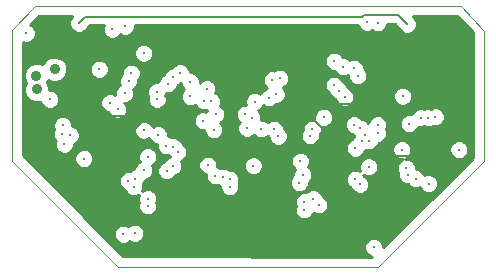
<source format=gbr>
G04 (created by PCBNEW-RS274X (2012-apr-16-27)-stable) date Thu 13 Mar 2014 04:59:36 PM EDT*
G01*
G70*
G90*
%MOIN*%
G04 Gerber Fmt 3.4, Leading zero omitted, Abs format*
%FSLAX34Y34*%
G04 APERTURE LIST*
%ADD10C,0.006000*%
%ADD11C,0.000400*%
%ADD12C,0.002000*%
%ADD13C,0.035000*%
%ADD14C,0.013000*%
%ADD15C,0.008000*%
%ADD16C,0.007000*%
%ADD17C,0.010000*%
G04 APERTURE END LIST*
G54D10*
G54D11*
X27953Y-19596D02*
X27953Y-23917D01*
X27165Y-18770D02*
X27953Y-19596D01*
X16890Y-18770D02*
X27165Y-18770D01*
X12205Y-19557D02*
X12205Y-23917D01*
X12992Y-18770D02*
X12205Y-19557D01*
X16890Y-18770D02*
X12992Y-18770D01*
X15748Y-27461D02*
X12205Y-23917D01*
X24409Y-27461D02*
X27953Y-23917D01*
X24016Y-27461D02*
X24409Y-27461D01*
X15748Y-27461D02*
X24016Y-27461D01*
G54D12*
X15748Y-27461D02*
X24016Y-27461D01*
G54D13*
X13022Y-21073D03*
X13031Y-21535D03*
X13632Y-20866D03*
G54D14*
X14439Y-19331D03*
X25384Y-19360D03*
X24405Y-19307D03*
X12687Y-19665D03*
X16260Y-24783D03*
X17815Y-20984D03*
X17579Y-21122D03*
X16319Y-24508D03*
X18701Y-21516D03*
X17087Y-23051D03*
X18602Y-21909D03*
X17736Y-23622D03*
X18996Y-22362D03*
X18986Y-24419D03*
X19980Y-22362D03*
X19469Y-24774D03*
X20197Y-22480D03*
X20945Y-22854D03*
X22146Y-23081D03*
X20295Y-21939D03*
X21788Y-24643D03*
X21132Y-21171D03*
X23809Y-24705D03*
X23868Y-23268D03*
X23612Y-20827D03*
X24114Y-23248D03*
X22953Y-20591D03*
X24400Y-22717D03*
X25827Y-22480D03*
X25394Y-24390D03*
X25669Y-24518D03*
X26319Y-22451D03*
X23120Y-21585D03*
X21949Y-25285D03*
X22254Y-25177D03*
X23612Y-22707D03*
X15728Y-22205D03*
X16732Y-25413D03*
X15965Y-21663D03*
X16732Y-25177D03*
X17559Y-24094D03*
X17047Y-21870D03*
X21949Y-25551D03*
X22943Y-21388D03*
X22441Y-25384D03*
X23819Y-22835D03*
X13878Y-23012D03*
X16594Y-20334D03*
X16181Y-20994D03*
X14154Y-23071D03*
X16083Y-24587D03*
X17402Y-21339D03*
X18150Y-21280D03*
X16594Y-24232D03*
X18150Y-21772D03*
X17343Y-23406D03*
X17579Y-23445D03*
X18858Y-21929D03*
X18937Y-22874D03*
X19252Y-24459D03*
X20039Y-22835D03*
X19469Y-24537D03*
X17028Y-21614D03*
X17362Y-24252D03*
X20778Y-21811D03*
X21083Y-23100D03*
X21024Y-21703D03*
X22215Y-22854D03*
X20876Y-21220D03*
X21900Y-24380D03*
X23652Y-23494D03*
X23642Y-24537D03*
X23730Y-21083D03*
X23967Y-23051D03*
X24409Y-22992D03*
X23248Y-20787D03*
X25354Y-24154D03*
X25443Y-22677D03*
X26083Y-22480D03*
X26093Y-24675D03*
X13898Y-22736D03*
X15118Y-20866D03*
X13957Y-23366D03*
X16103Y-21240D03*
X15984Y-19429D03*
X24272Y-26801D03*
X24035Y-19291D03*
X16299Y-26329D03*
X15098Y-19803D03*
X14488Y-21752D03*
X26152Y-23445D03*
X24262Y-21614D03*
X23120Y-24016D03*
X21614Y-22323D03*
X19488Y-23524D03*
X15571Y-23661D03*
X15522Y-26339D03*
X17618Y-22441D03*
X13465Y-21870D03*
X27106Y-23543D03*
X16594Y-22895D03*
X18740Y-24055D03*
X25226Y-21762D03*
X14606Y-23839D03*
X18583Y-22579D03*
X20512Y-22854D03*
X20256Y-24075D03*
X15551Y-19528D03*
X24094Y-24114D03*
X23297Y-21791D03*
X21821Y-23927D03*
X25197Y-23543D03*
X15916Y-26359D03*
X22598Y-22470D03*
X15472Y-21978D03*
X16732Y-23780D03*
G54D15*
X25089Y-19065D02*
X25384Y-19360D01*
X23888Y-19114D02*
X23937Y-19065D01*
X23937Y-19065D02*
X25089Y-19065D01*
X14656Y-19114D02*
X23888Y-19114D01*
X14439Y-19331D02*
X14656Y-19114D01*
G54D16*
X23809Y-23750D02*
X25847Y-23750D01*
X23120Y-24016D02*
X23120Y-23386D01*
X19448Y-23484D02*
X18760Y-23484D01*
X15571Y-23603D02*
X16753Y-22421D01*
X17697Y-22421D02*
X18760Y-23484D01*
X17697Y-22421D02*
X15157Y-22421D01*
X15571Y-23661D02*
X15571Y-23603D01*
X16753Y-22421D02*
X17697Y-22421D01*
X21614Y-23130D02*
X21614Y-22323D01*
X23120Y-23386D02*
X22057Y-22323D01*
X22057Y-22323D02*
X21614Y-22323D01*
X21909Y-22028D02*
X21614Y-22323D01*
X23120Y-24016D02*
X23543Y-24016D01*
X23967Y-21614D02*
X23553Y-22028D01*
X15157Y-22421D02*
X14488Y-21752D01*
X23543Y-24016D02*
X23809Y-23750D01*
X25847Y-23750D02*
X26152Y-23445D01*
X21220Y-23524D02*
X21614Y-23130D01*
X19488Y-23524D02*
X21220Y-23524D01*
X19448Y-23484D02*
X19488Y-23524D01*
X24262Y-21614D02*
X23967Y-21614D01*
X23553Y-22028D02*
X21909Y-22028D01*
G54D10*
G36*
X27588Y-19627D02*
X27578Y-23818D01*
X27421Y-23974D01*
X27421Y-23606D01*
X27421Y-23481D01*
X27373Y-23365D01*
X27285Y-23276D01*
X27169Y-23228D01*
X27044Y-23228D01*
X26928Y-23276D01*
X26839Y-23364D01*
X26791Y-23480D01*
X26791Y-23605D01*
X26839Y-23721D01*
X26927Y-23810D01*
X27043Y-23858D01*
X27168Y-23858D01*
X27284Y-23810D01*
X27373Y-23722D01*
X27421Y-23606D01*
X27421Y-23974D01*
X26634Y-24758D01*
X26634Y-22514D01*
X26634Y-22389D01*
X26586Y-22273D01*
X26498Y-22184D01*
X26382Y-22136D01*
X26257Y-22136D01*
X26166Y-22173D01*
X26146Y-22165D01*
X26021Y-22165D01*
X25955Y-22192D01*
X25890Y-22165D01*
X25765Y-22165D01*
X25649Y-22213D01*
X25560Y-22301D01*
X25541Y-22345D01*
X25541Y-21825D01*
X25541Y-21700D01*
X25493Y-21584D01*
X25405Y-21495D01*
X25289Y-21447D01*
X25164Y-21447D01*
X25048Y-21495D01*
X24959Y-21583D01*
X24911Y-21699D01*
X24911Y-21824D01*
X24959Y-21940D01*
X25047Y-22029D01*
X25163Y-22077D01*
X25288Y-22077D01*
X25404Y-22029D01*
X25493Y-21941D01*
X25541Y-21825D01*
X25541Y-22345D01*
X25530Y-22372D01*
X25506Y-22362D01*
X25381Y-22362D01*
X25265Y-22410D01*
X25176Y-22498D01*
X25128Y-22614D01*
X25128Y-22739D01*
X25176Y-22855D01*
X25264Y-22944D01*
X25380Y-22992D01*
X25505Y-22992D01*
X25621Y-22944D01*
X25710Y-22856D01*
X25739Y-22784D01*
X25764Y-22795D01*
X25889Y-22795D01*
X25954Y-22767D01*
X26020Y-22795D01*
X26145Y-22795D01*
X26235Y-22757D01*
X26256Y-22766D01*
X26381Y-22766D01*
X26497Y-22718D01*
X26586Y-22630D01*
X26634Y-22514D01*
X26634Y-24758D01*
X26408Y-24984D01*
X26408Y-24738D01*
X26408Y-24613D01*
X26360Y-24497D01*
X26272Y-24408D01*
X26156Y-24360D01*
X26031Y-24360D01*
X25956Y-24390D01*
X25936Y-24340D01*
X25848Y-24251D01*
X25732Y-24203D01*
X25669Y-24203D01*
X25669Y-24092D01*
X25621Y-23976D01*
X25533Y-23887D01*
X25417Y-23839D01*
X25304Y-23839D01*
X25375Y-23810D01*
X25464Y-23722D01*
X25512Y-23606D01*
X25512Y-23481D01*
X25464Y-23365D01*
X25376Y-23276D01*
X25260Y-23228D01*
X25135Y-23228D01*
X25019Y-23276D01*
X24930Y-23364D01*
X24882Y-23480D01*
X24882Y-23605D01*
X24930Y-23721D01*
X25018Y-23810D01*
X25134Y-23858D01*
X25246Y-23858D01*
X25176Y-23887D01*
X25087Y-23975D01*
X25039Y-24091D01*
X25039Y-24216D01*
X25081Y-24319D01*
X25079Y-24327D01*
X25079Y-24452D01*
X25127Y-24568D01*
X25215Y-24657D01*
X25331Y-24705D01*
X25410Y-24705D01*
X25490Y-24785D01*
X25606Y-24833D01*
X25731Y-24833D01*
X25805Y-24802D01*
X25826Y-24853D01*
X25914Y-24942D01*
X26030Y-24990D01*
X26155Y-24990D01*
X26271Y-24942D01*
X26360Y-24854D01*
X26408Y-24738D01*
X26408Y-24984D01*
X24724Y-26662D01*
X24724Y-23055D01*
X24724Y-22930D01*
X24688Y-22844D01*
X24715Y-22780D01*
X24715Y-22655D01*
X24667Y-22539D01*
X24579Y-22450D01*
X24463Y-22402D01*
X24338Y-22402D01*
X24222Y-22450D01*
X24133Y-22538D01*
X24085Y-22654D01*
X24085Y-22655D01*
X24045Y-22615D01*
X24045Y-21146D01*
X24045Y-21021D01*
X23997Y-20905D01*
X23927Y-20834D01*
X23927Y-20765D01*
X23879Y-20649D01*
X23791Y-20560D01*
X23675Y-20512D01*
X23550Y-20512D01*
X23457Y-20550D01*
X23427Y-20520D01*
X23311Y-20472D01*
X23244Y-20472D01*
X23220Y-20413D01*
X23132Y-20324D01*
X23016Y-20276D01*
X22891Y-20276D01*
X22775Y-20324D01*
X22686Y-20412D01*
X22638Y-20528D01*
X22638Y-20653D01*
X22686Y-20769D01*
X22774Y-20858D01*
X22890Y-20906D01*
X22956Y-20906D01*
X22981Y-20965D01*
X23069Y-21054D01*
X23185Y-21102D01*
X23310Y-21102D01*
X23402Y-21063D01*
X23415Y-21075D01*
X23415Y-21145D01*
X23463Y-21261D01*
X23551Y-21350D01*
X23667Y-21398D01*
X23792Y-21398D01*
X23908Y-21350D01*
X23997Y-21262D01*
X24045Y-21146D01*
X24045Y-22615D01*
X23998Y-22568D01*
X23882Y-22520D01*
X23870Y-22520D01*
X23791Y-22440D01*
X23675Y-22392D01*
X23612Y-22392D01*
X23612Y-21854D01*
X23612Y-21729D01*
X23564Y-21613D01*
X23476Y-21524D01*
X23427Y-21503D01*
X23387Y-21407D01*
X23299Y-21318D01*
X23245Y-21295D01*
X23210Y-21210D01*
X23122Y-21121D01*
X23006Y-21073D01*
X22881Y-21073D01*
X22765Y-21121D01*
X22676Y-21209D01*
X22628Y-21325D01*
X22628Y-21450D01*
X22676Y-21566D01*
X22764Y-21655D01*
X22817Y-21677D01*
X22853Y-21763D01*
X22941Y-21852D01*
X22989Y-21872D01*
X23030Y-21969D01*
X23118Y-22058D01*
X23234Y-22106D01*
X23359Y-22106D01*
X23475Y-22058D01*
X23564Y-21970D01*
X23612Y-21854D01*
X23612Y-22392D01*
X23550Y-22392D01*
X23434Y-22440D01*
X23345Y-22528D01*
X23297Y-22644D01*
X23297Y-22769D01*
X23345Y-22885D01*
X23433Y-22974D01*
X23549Y-23022D01*
X23560Y-23022D01*
X23614Y-23075D01*
X23601Y-23089D01*
X23558Y-23192D01*
X23474Y-23227D01*
X23385Y-23315D01*
X23337Y-23431D01*
X23337Y-23556D01*
X23385Y-23672D01*
X23473Y-23761D01*
X23589Y-23809D01*
X23714Y-23809D01*
X23830Y-23761D01*
X23919Y-23673D01*
X23961Y-23569D01*
X24014Y-23547D01*
X24051Y-23563D01*
X24176Y-23563D01*
X24292Y-23515D01*
X24381Y-23427D01*
X24429Y-23311D01*
X24429Y-23307D01*
X24471Y-23307D01*
X24587Y-23259D01*
X24676Y-23171D01*
X24724Y-23055D01*
X24724Y-26662D01*
X24587Y-26799D01*
X24587Y-26739D01*
X24539Y-26623D01*
X24451Y-26534D01*
X24409Y-26516D01*
X24409Y-24177D01*
X24409Y-24052D01*
X24361Y-23936D01*
X24273Y-23847D01*
X24157Y-23799D01*
X24032Y-23799D01*
X23916Y-23847D01*
X23827Y-23935D01*
X23779Y-24051D01*
X23779Y-24176D01*
X23817Y-24268D01*
X23705Y-24222D01*
X23580Y-24222D01*
X23464Y-24270D01*
X23375Y-24358D01*
X23327Y-24474D01*
X23327Y-24599D01*
X23375Y-24715D01*
X23463Y-24804D01*
X23518Y-24827D01*
X23542Y-24883D01*
X23630Y-24972D01*
X23746Y-25020D01*
X23871Y-25020D01*
X23987Y-24972D01*
X24076Y-24884D01*
X24124Y-24768D01*
X24124Y-24643D01*
X24076Y-24527D01*
X23988Y-24438D01*
X23932Y-24414D01*
X23918Y-24382D01*
X24031Y-24429D01*
X24156Y-24429D01*
X24272Y-24381D01*
X24361Y-24293D01*
X24409Y-24177D01*
X24409Y-26516D01*
X24335Y-26486D01*
X24210Y-26486D01*
X24094Y-26534D01*
X24005Y-26622D01*
X23957Y-26738D01*
X23957Y-26863D01*
X24005Y-26979D01*
X24093Y-27068D01*
X24206Y-27114D01*
X22913Y-27111D01*
X22913Y-22533D01*
X22913Y-22408D01*
X22865Y-22292D01*
X22777Y-22203D01*
X22661Y-22155D01*
X22536Y-22155D01*
X22420Y-22203D01*
X22331Y-22291D01*
X22283Y-22407D01*
X22283Y-22532D01*
X22287Y-22542D01*
X22278Y-22539D01*
X22153Y-22539D01*
X22037Y-22587D01*
X21948Y-22675D01*
X21900Y-22791D01*
X21900Y-22881D01*
X21879Y-22902D01*
X21831Y-23018D01*
X21831Y-23143D01*
X21879Y-23259D01*
X21967Y-23348D01*
X22083Y-23396D01*
X22208Y-23396D01*
X22324Y-23348D01*
X22413Y-23260D01*
X22461Y-23144D01*
X22461Y-23053D01*
X22482Y-23033D01*
X22530Y-22917D01*
X22530Y-22792D01*
X22525Y-22781D01*
X22535Y-22785D01*
X22660Y-22785D01*
X22776Y-22737D01*
X22865Y-22649D01*
X22913Y-22533D01*
X22913Y-27111D01*
X22756Y-27110D01*
X22756Y-25447D01*
X22756Y-25322D01*
X22708Y-25206D01*
X22620Y-25117D01*
X22559Y-25091D01*
X22521Y-24999D01*
X22433Y-24910D01*
X22317Y-24862D01*
X22215Y-24862D01*
X22215Y-24443D01*
X22215Y-24318D01*
X22167Y-24202D01*
X22079Y-24113D01*
X22088Y-24106D01*
X22136Y-23990D01*
X22136Y-23865D01*
X22088Y-23749D01*
X22000Y-23660D01*
X21884Y-23612D01*
X21759Y-23612D01*
X21643Y-23660D01*
X21554Y-23748D01*
X21506Y-23864D01*
X21506Y-23989D01*
X21554Y-24105D01*
X21641Y-24193D01*
X21633Y-24201D01*
X21585Y-24317D01*
X21585Y-24400D01*
X21521Y-24464D01*
X21473Y-24580D01*
X21473Y-24705D01*
X21521Y-24821D01*
X21609Y-24910D01*
X21725Y-24958D01*
X21850Y-24958D01*
X21966Y-24910D01*
X22055Y-24822D01*
X22103Y-24706D01*
X22103Y-24622D01*
X22167Y-24559D01*
X22215Y-24443D01*
X22215Y-24862D01*
X22192Y-24862D01*
X22076Y-24910D01*
X22014Y-24970D01*
X22012Y-24970D01*
X21887Y-24970D01*
X21771Y-25018D01*
X21682Y-25106D01*
X21634Y-25222D01*
X21634Y-25347D01*
X21663Y-25417D01*
X21634Y-25488D01*
X21634Y-25613D01*
X21682Y-25729D01*
X21770Y-25818D01*
X21886Y-25866D01*
X22011Y-25866D01*
X22127Y-25818D01*
X22216Y-25730D01*
X22252Y-25641D01*
X22262Y-25651D01*
X22378Y-25699D01*
X22503Y-25699D01*
X22619Y-25651D01*
X22708Y-25563D01*
X22756Y-25447D01*
X22756Y-27110D01*
X21447Y-27108D01*
X21447Y-21234D01*
X21447Y-21109D01*
X21399Y-20993D01*
X21311Y-20904D01*
X21195Y-20856D01*
X21070Y-20856D01*
X20954Y-20904D01*
X20948Y-20909D01*
X20939Y-20905D01*
X20814Y-20905D01*
X20698Y-20953D01*
X20609Y-21041D01*
X20561Y-21157D01*
X20561Y-21282D01*
X20609Y-21398D01*
X20697Y-21487D01*
X20718Y-21496D01*
X20716Y-21496D01*
X20600Y-21544D01*
X20511Y-21632D01*
X20488Y-21686D01*
X20474Y-21672D01*
X20358Y-21624D01*
X20233Y-21624D01*
X20117Y-21672D01*
X20028Y-21760D01*
X19980Y-21876D01*
X19980Y-22001D01*
X19999Y-22047D01*
X19918Y-22047D01*
X19802Y-22095D01*
X19713Y-22183D01*
X19665Y-22299D01*
X19665Y-22424D01*
X19713Y-22540D01*
X19800Y-22628D01*
X19772Y-22656D01*
X19724Y-22772D01*
X19724Y-22897D01*
X19772Y-23013D01*
X19860Y-23102D01*
X19976Y-23150D01*
X20101Y-23150D01*
X20217Y-23102D01*
X20266Y-23053D01*
X20333Y-23121D01*
X20449Y-23169D01*
X20574Y-23169D01*
X20690Y-23121D01*
X20728Y-23083D01*
X20766Y-23121D01*
X20768Y-23121D01*
X20768Y-23162D01*
X20816Y-23278D01*
X20904Y-23367D01*
X21020Y-23415D01*
X21145Y-23415D01*
X21261Y-23367D01*
X21350Y-23279D01*
X21398Y-23163D01*
X21398Y-23038D01*
X21350Y-22922D01*
X21262Y-22833D01*
X21260Y-22832D01*
X21260Y-22792D01*
X21212Y-22676D01*
X21124Y-22587D01*
X21008Y-22539D01*
X20883Y-22539D01*
X20767Y-22587D01*
X20728Y-22624D01*
X20691Y-22587D01*
X20575Y-22539D01*
X20512Y-22539D01*
X20512Y-22418D01*
X20464Y-22302D01*
X20399Y-22236D01*
X20473Y-22206D01*
X20562Y-22118D01*
X20584Y-22063D01*
X20599Y-22078D01*
X20715Y-22126D01*
X20840Y-22126D01*
X20956Y-22078D01*
X21016Y-22018D01*
X21086Y-22018D01*
X21202Y-21970D01*
X21291Y-21882D01*
X21339Y-21766D01*
X21339Y-21641D01*
X21291Y-21525D01*
X21235Y-21468D01*
X21310Y-21438D01*
X21399Y-21350D01*
X21447Y-21234D01*
X21447Y-27108D01*
X20571Y-27106D01*
X20571Y-24138D01*
X20571Y-24013D01*
X20523Y-23897D01*
X20435Y-23808D01*
X20319Y-23760D01*
X20194Y-23760D01*
X20078Y-23808D01*
X19989Y-23896D01*
X19941Y-24012D01*
X19941Y-24137D01*
X19989Y-24253D01*
X20077Y-24342D01*
X20193Y-24390D01*
X20318Y-24390D01*
X20434Y-24342D01*
X20523Y-24254D01*
X20571Y-24138D01*
X20571Y-27106D01*
X19784Y-27104D01*
X19784Y-24837D01*
X19784Y-24712D01*
X19760Y-24656D01*
X19784Y-24600D01*
X19784Y-24475D01*
X19736Y-24359D01*
X19648Y-24270D01*
X19532Y-24222D01*
X19460Y-24222D01*
X19431Y-24192D01*
X19315Y-24144D01*
X19311Y-24144D01*
X19311Y-22425D01*
X19311Y-22300D01*
X19263Y-22184D01*
X19175Y-22095D01*
X19136Y-22079D01*
X19173Y-21992D01*
X19173Y-21867D01*
X19125Y-21751D01*
X19037Y-21662D01*
X18989Y-21642D01*
X19016Y-21579D01*
X19016Y-21454D01*
X18968Y-21338D01*
X18880Y-21249D01*
X18764Y-21201D01*
X18639Y-21201D01*
X18523Y-21249D01*
X18465Y-21306D01*
X18465Y-21218D01*
X18417Y-21102D01*
X18329Y-21013D01*
X18213Y-20965D01*
X18130Y-20965D01*
X18130Y-20922D01*
X18082Y-20806D01*
X17994Y-20717D01*
X17878Y-20669D01*
X17753Y-20669D01*
X17637Y-20717D01*
X17548Y-20805D01*
X17547Y-20807D01*
X17517Y-20807D01*
X17401Y-20855D01*
X17312Y-20943D01*
X17265Y-21054D01*
X17224Y-21072D01*
X17135Y-21160D01*
X17087Y-21276D01*
X17087Y-21299D01*
X16966Y-21299D01*
X16909Y-21322D01*
X16909Y-20397D01*
X16909Y-20272D01*
X16861Y-20156D01*
X16773Y-20067D01*
X16657Y-20019D01*
X16532Y-20019D01*
X16416Y-20067D01*
X16327Y-20155D01*
X16279Y-20271D01*
X16279Y-20396D01*
X16327Y-20512D01*
X16415Y-20601D01*
X16531Y-20649D01*
X16656Y-20649D01*
X16772Y-20601D01*
X16861Y-20513D01*
X16909Y-20397D01*
X16909Y-21322D01*
X16850Y-21347D01*
X16761Y-21435D01*
X16713Y-21551D01*
X16713Y-21676D01*
X16749Y-21764D01*
X16732Y-21807D01*
X16732Y-21932D01*
X16780Y-22048D01*
X16868Y-22137D01*
X16984Y-22185D01*
X17109Y-22185D01*
X17225Y-22137D01*
X17314Y-22049D01*
X17362Y-21933D01*
X17362Y-21808D01*
X17325Y-21719D01*
X17343Y-21677D01*
X17343Y-21654D01*
X17464Y-21654D01*
X17580Y-21606D01*
X17669Y-21518D01*
X17715Y-21406D01*
X17757Y-21389D01*
X17835Y-21311D01*
X17835Y-21342D01*
X17883Y-21458D01*
X17950Y-21526D01*
X17883Y-21593D01*
X17835Y-21709D01*
X17835Y-21834D01*
X17883Y-21950D01*
X17971Y-22039D01*
X18087Y-22087D01*
X18212Y-22087D01*
X18317Y-22043D01*
X18335Y-22087D01*
X18423Y-22176D01*
X18539Y-22224D01*
X18664Y-22224D01*
X18705Y-22206D01*
X18717Y-22211D01*
X18688Y-22281D01*
X18646Y-22264D01*
X18521Y-22264D01*
X18405Y-22312D01*
X18316Y-22400D01*
X18268Y-22516D01*
X18268Y-22641D01*
X18316Y-22757D01*
X18404Y-22846D01*
X18520Y-22894D01*
X18622Y-22894D01*
X18622Y-22936D01*
X18670Y-23052D01*
X18758Y-23141D01*
X18874Y-23189D01*
X18999Y-23189D01*
X19115Y-23141D01*
X19204Y-23053D01*
X19252Y-22937D01*
X19252Y-22812D01*
X19204Y-22696D01*
X19148Y-22639D01*
X19174Y-22629D01*
X19263Y-22541D01*
X19311Y-22425D01*
X19311Y-24144D01*
X19190Y-24144D01*
X19166Y-24153D01*
X19165Y-24152D01*
X19055Y-24106D01*
X19055Y-23993D01*
X19007Y-23877D01*
X18919Y-23788D01*
X18803Y-23740D01*
X18678Y-23740D01*
X18562Y-23788D01*
X18473Y-23876D01*
X18425Y-23992D01*
X18425Y-24117D01*
X18473Y-24233D01*
X18561Y-24322D01*
X18671Y-24367D01*
X18671Y-24481D01*
X18719Y-24597D01*
X18807Y-24686D01*
X18923Y-24734D01*
X19048Y-24734D01*
X19071Y-24724D01*
X19073Y-24726D01*
X19154Y-24759D01*
X19154Y-24836D01*
X19202Y-24952D01*
X19290Y-25041D01*
X19406Y-25089D01*
X19531Y-25089D01*
X19647Y-25041D01*
X19736Y-24953D01*
X19784Y-24837D01*
X19784Y-27104D01*
X18051Y-27100D01*
X18051Y-23685D01*
X18051Y-23560D01*
X18003Y-23444D01*
X17915Y-23355D01*
X17875Y-23338D01*
X17846Y-23267D01*
X17758Y-23178D01*
X17642Y-23130D01*
X17517Y-23130D01*
X17508Y-23133D01*
X17406Y-23091D01*
X17402Y-23091D01*
X17402Y-22989D01*
X17354Y-22873D01*
X17266Y-22784D01*
X17150Y-22736D01*
X17025Y-22736D01*
X16909Y-22784D01*
X16894Y-22798D01*
X16861Y-22717D01*
X16773Y-22628D01*
X16657Y-22580D01*
X16532Y-22580D01*
X16496Y-22594D01*
X16496Y-21057D01*
X16496Y-20932D01*
X16448Y-20816D01*
X16360Y-20727D01*
X16244Y-20679D01*
X16119Y-20679D01*
X16003Y-20727D01*
X15914Y-20815D01*
X15866Y-20931D01*
X15866Y-21031D01*
X15836Y-21061D01*
X15788Y-21177D01*
X15788Y-21302D01*
X15821Y-21381D01*
X15787Y-21396D01*
X15698Y-21484D01*
X15650Y-21600D01*
X15650Y-21710D01*
X15535Y-21663D01*
X15433Y-21663D01*
X15433Y-20929D01*
X15433Y-20804D01*
X15385Y-20688D01*
X15297Y-20599D01*
X15181Y-20551D01*
X15056Y-20551D01*
X14940Y-20599D01*
X14851Y-20687D01*
X14803Y-20803D01*
X14803Y-20928D01*
X14851Y-21044D01*
X14939Y-21133D01*
X15055Y-21181D01*
X15180Y-21181D01*
X15296Y-21133D01*
X15385Y-21045D01*
X15433Y-20929D01*
X15433Y-21663D01*
X15410Y-21663D01*
X15294Y-21711D01*
X15205Y-21799D01*
X15157Y-21915D01*
X15157Y-22040D01*
X15205Y-22156D01*
X15293Y-22245D01*
X15409Y-22293D01*
X15423Y-22293D01*
X15461Y-22383D01*
X15549Y-22472D01*
X15665Y-22520D01*
X15790Y-22520D01*
X15906Y-22472D01*
X15995Y-22384D01*
X16043Y-22268D01*
X16043Y-22143D01*
X15995Y-22027D01*
X15946Y-21978D01*
X16027Y-21978D01*
X16143Y-21930D01*
X16232Y-21842D01*
X16280Y-21726D01*
X16280Y-21601D01*
X16246Y-21521D01*
X16281Y-21507D01*
X16370Y-21419D01*
X16418Y-21303D01*
X16418Y-21202D01*
X16448Y-21173D01*
X16496Y-21057D01*
X16496Y-22594D01*
X16416Y-22628D01*
X16327Y-22716D01*
X16279Y-22832D01*
X16279Y-22957D01*
X16327Y-23073D01*
X16415Y-23162D01*
X16531Y-23210D01*
X16656Y-23210D01*
X16772Y-23162D01*
X16786Y-23147D01*
X16820Y-23229D01*
X16908Y-23318D01*
X17024Y-23366D01*
X17028Y-23366D01*
X17028Y-23468D01*
X17076Y-23584D01*
X17164Y-23673D01*
X17280Y-23721D01*
X17405Y-23721D01*
X17413Y-23717D01*
X17439Y-23728D01*
X17465Y-23791D01*
X17381Y-23827D01*
X17292Y-23915D01*
X17279Y-23945D01*
X17184Y-23985D01*
X17095Y-24073D01*
X17047Y-24189D01*
X17047Y-24314D01*
X17095Y-24430D01*
X17183Y-24519D01*
X17299Y-24567D01*
X17424Y-24567D01*
X17540Y-24519D01*
X17629Y-24431D01*
X17641Y-24400D01*
X17737Y-24361D01*
X17826Y-24273D01*
X17874Y-24157D01*
X17874Y-24032D01*
X17829Y-23924D01*
X17914Y-23889D01*
X18003Y-23801D01*
X18051Y-23685D01*
X18051Y-27100D01*
X17047Y-27098D01*
X17047Y-25476D01*
X17047Y-25351D01*
X17024Y-25295D01*
X17047Y-25240D01*
X17047Y-25115D01*
X16999Y-24999D01*
X16911Y-24910D01*
X16795Y-24862D01*
X16670Y-24862D01*
X16554Y-24910D01*
X16544Y-24919D01*
X16575Y-24846D01*
X16575Y-24721D01*
X16568Y-24704D01*
X16586Y-24687D01*
X16634Y-24571D01*
X16634Y-24547D01*
X16656Y-24547D01*
X16772Y-24499D01*
X16861Y-24411D01*
X16909Y-24295D01*
X16909Y-24170D01*
X16865Y-24065D01*
X16910Y-24047D01*
X16999Y-23959D01*
X17047Y-23843D01*
X17047Y-23718D01*
X16999Y-23602D01*
X16911Y-23513D01*
X16795Y-23465D01*
X16670Y-23465D01*
X16554Y-23513D01*
X16465Y-23601D01*
X16417Y-23717D01*
X16417Y-23842D01*
X16460Y-23946D01*
X16416Y-23965D01*
X16327Y-24053D01*
X16279Y-24169D01*
X16279Y-24193D01*
X16257Y-24193D01*
X16141Y-24241D01*
X16109Y-24272D01*
X16021Y-24272D01*
X15905Y-24320D01*
X15816Y-24408D01*
X15768Y-24524D01*
X15768Y-24649D01*
X15816Y-24765D01*
X15904Y-24854D01*
X15957Y-24876D01*
X15993Y-24961D01*
X16081Y-25050D01*
X16197Y-25098D01*
X16322Y-25098D01*
X16438Y-25050D01*
X16447Y-25040D01*
X16417Y-25114D01*
X16417Y-25239D01*
X16439Y-25294D01*
X16417Y-25350D01*
X16417Y-25475D01*
X16465Y-25591D01*
X16553Y-25680D01*
X16669Y-25728D01*
X16794Y-25728D01*
X16910Y-25680D01*
X16999Y-25592D01*
X17047Y-25476D01*
X17047Y-27098D01*
X16614Y-27097D01*
X16614Y-26392D01*
X16614Y-26267D01*
X16566Y-26151D01*
X16478Y-26062D01*
X16362Y-26014D01*
X16237Y-26014D01*
X16121Y-26062D01*
X16091Y-26090D01*
X15979Y-26044D01*
X15854Y-26044D01*
X15738Y-26092D01*
X15649Y-26180D01*
X15601Y-26296D01*
X15601Y-26421D01*
X15649Y-26537D01*
X15737Y-26626D01*
X15853Y-26674D01*
X15978Y-26674D01*
X16094Y-26626D01*
X16123Y-26597D01*
X16236Y-26644D01*
X16361Y-26644D01*
X16477Y-26596D01*
X16566Y-26508D01*
X16614Y-26392D01*
X16614Y-27097D01*
X15907Y-27096D01*
X14921Y-26095D01*
X14921Y-23902D01*
X14921Y-23777D01*
X14873Y-23661D01*
X14785Y-23572D01*
X14669Y-23524D01*
X14544Y-23524D01*
X14469Y-23555D01*
X14469Y-23134D01*
X14469Y-23009D01*
X14421Y-22893D01*
X14333Y-22804D01*
X14217Y-22756D01*
X14213Y-22756D01*
X14213Y-22674D01*
X14165Y-22558D01*
X14077Y-22469D01*
X14057Y-22460D01*
X14057Y-20951D01*
X14057Y-20782D01*
X13993Y-20626D01*
X13873Y-20506D01*
X13717Y-20441D01*
X13548Y-20441D01*
X13392Y-20505D01*
X13272Y-20625D01*
X13239Y-20703D01*
X13107Y-20648D01*
X12938Y-20648D01*
X12782Y-20712D01*
X12662Y-20832D01*
X12597Y-20988D01*
X12597Y-21157D01*
X12661Y-21313D01*
X12662Y-21314D01*
X12606Y-21450D01*
X12606Y-21619D01*
X12670Y-21775D01*
X12790Y-21895D01*
X12946Y-21960D01*
X13115Y-21960D01*
X13154Y-21943D01*
X13198Y-22048D01*
X13286Y-22137D01*
X13402Y-22185D01*
X13527Y-22185D01*
X13643Y-22137D01*
X13732Y-22049D01*
X13780Y-21933D01*
X13780Y-21808D01*
X13732Y-21692D01*
X13644Y-21603D01*
X13528Y-21555D01*
X13456Y-21555D01*
X13456Y-21451D01*
X13392Y-21295D01*
X13390Y-21293D01*
X13414Y-21235D01*
X13547Y-21291D01*
X13716Y-21291D01*
X13872Y-21227D01*
X13992Y-21107D01*
X14057Y-20951D01*
X14057Y-22460D01*
X13961Y-22421D01*
X13836Y-22421D01*
X13720Y-22469D01*
X13631Y-22557D01*
X13583Y-22673D01*
X13583Y-22798D01*
X13604Y-22849D01*
X13563Y-22949D01*
X13563Y-23074D01*
X13611Y-23190D01*
X13665Y-23245D01*
X13642Y-23303D01*
X13642Y-23428D01*
X13690Y-23544D01*
X13778Y-23633D01*
X13894Y-23681D01*
X14019Y-23681D01*
X14135Y-23633D01*
X14224Y-23545D01*
X14272Y-23429D01*
X14272Y-23362D01*
X14332Y-23338D01*
X14421Y-23250D01*
X14469Y-23134D01*
X14469Y-23555D01*
X14428Y-23572D01*
X14339Y-23660D01*
X14291Y-23776D01*
X14291Y-23901D01*
X14339Y-24017D01*
X14427Y-24106D01*
X14543Y-24154D01*
X14668Y-24154D01*
X14784Y-24106D01*
X14873Y-24018D01*
X14921Y-23902D01*
X14921Y-26095D01*
X12580Y-23719D01*
X12570Y-19958D01*
X12624Y-19980D01*
X12749Y-19980D01*
X12865Y-19932D01*
X12954Y-19844D01*
X13002Y-19728D01*
X13002Y-19603D01*
X12954Y-19487D01*
X12866Y-19398D01*
X12813Y-19376D01*
X13110Y-19105D01*
X14219Y-19105D01*
X14172Y-19152D01*
X14124Y-19268D01*
X14124Y-19393D01*
X14172Y-19509D01*
X14260Y-19598D01*
X14376Y-19646D01*
X14501Y-19646D01*
X14617Y-19598D01*
X14706Y-19510D01*
X14731Y-19448D01*
X14776Y-19404D01*
X15261Y-19404D01*
X15236Y-19465D01*
X15236Y-19590D01*
X15284Y-19706D01*
X15372Y-19795D01*
X15488Y-19843D01*
X15613Y-19843D01*
X15729Y-19795D01*
X15818Y-19707D01*
X15819Y-19702D01*
X15921Y-19744D01*
X16046Y-19744D01*
X16162Y-19696D01*
X16251Y-19608D01*
X16299Y-19492D01*
X16299Y-19404D01*
X23741Y-19404D01*
X23768Y-19469D01*
X23856Y-19558D01*
X23972Y-19606D01*
X24097Y-19606D01*
X24210Y-19558D01*
X24226Y-19574D01*
X24342Y-19622D01*
X24467Y-19622D01*
X24583Y-19574D01*
X24672Y-19486D01*
X24720Y-19370D01*
X24720Y-19355D01*
X24969Y-19355D01*
X25092Y-19478D01*
X25117Y-19538D01*
X25205Y-19627D01*
X25321Y-19675D01*
X25446Y-19675D01*
X25562Y-19627D01*
X25651Y-19539D01*
X25699Y-19423D01*
X25699Y-19298D01*
X25651Y-19182D01*
X25574Y-19105D01*
X27037Y-19105D01*
X27588Y-19627D01*
X27588Y-19627D01*
G37*
G54D17*
X27588Y-19627D02*
X27578Y-23818D01*
X27421Y-23974D01*
X27421Y-23606D01*
X27421Y-23481D01*
X27373Y-23365D01*
X27285Y-23276D01*
X27169Y-23228D01*
X27044Y-23228D01*
X26928Y-23276D01*
X26839Y-23364D01*
X26791Y-23480D01*
X26791Y-23605D01*
X26839Y-23721D01*
X26927Y-23810D01*
X27043Y-23858D01*
X27168Y-23858D01*
X27284Y-23810D01*
X27373Y-23722D01*
X27421Y-23606D01*
X27421Y-23974D01*
X26634Y-24758D01*
X26634Y-22514D01*
X26634Y-22389D01*
X26586Y-22273D01*
X26498Y-22184D01*
X26382Y-22136D01*
X26257Y-22136D01*
X26166Y-22173D01*
X26146Y-22165D01*
X26021Y-22165D01*
X25955Y-22192D01*
X25890Y-22165D01*
X25765Y-22165D01*
X25649Y-22213D01*
X25560Y-22301D01*
X25541Y-22345D01*
X25541Y-21825D01*
X25541Y-21700D01*
X25493Y-21584D01*
X25405Y-21495D01*
X25289Y-21447D01*
X25164Y-21447D01*
X25048Y-21495D01*
X24959Y-21583D01*
X24911Y-21699D01*
X24911Y-21824D01*
X24959Y-21940D01*
X25047Y-22029D01*
X25163Y-22077D01*
X25288Y-22077D01*
X25404Y-22029D01*
X25493Y-21941D01*
X25541Y-21825D01*
X25541Y-22345D01*
X25530Y-22372D01*
X25506Y-22362D01*
X25381Y-22362D01*
X25265Y-22410D01*
X25176Y-22498D01*
X25128Y-22614D01*
X25128Y-22739D01*
X25176Y-22855D01*
X25264Y-22944D01*
X25380Y-22992D01*
X25505Y-22992D01*
X25621Y-22944D01*
X25710Y-22856D01*
X25739Y-22784D01*
X25764Y-22795D01*
X25889Y-22795D01*
X25954Y-22767D01*
X26020Y-22795D01*
X26145Y-22795D01*
X26235Y-22757D01*
X26256Y-22766D01*
X26381Y-22766D01*
X26497Y-22718D01*
X26586Y-22630D01*
X26634Y-22514D01*
X26634Y-24758D01*
X26408Y-24984D01*
X26408Y-24738D01*
X26408Y-24613D01*
X26360Y-24497D01*
X26272Y-24408D01*
X26156Y-24360D01*
X26031Y-24360D01*
X25956Y-24390D01*
X25936Y-24340D01*
X25848Y-24251D01*
X25732Y-24203D01*
X25669Y-24203D01*
X25669Y-24092D01*
X25621Y-23976D01*
X25533Y-23887D01*
X25417Y-23839D01*
X25304Y-23839D01*
X25375Y-23810D01*
X25464Y-23722D01*
X25512Y-23606D01*
X25512Y-23481D01*
X25464Y-23365D01*
X25376Y-23276D01*
X25260Y-23228D01*
X25135Y-23228D01*
X25019Y-23276D01*
X24930Y-23364D01*
X24882Y-23480D01*
X24882Y-23605D01*
X24930Y-23721D01*
X25018Y-23810D01*
X25134Y-23858D01*
X25246Y-23858D01*
X25176Y-23887D01*
X25087Y-23975D01*
X25039Y-24091D01*
X25039Y-24216D01*
X25081Y-24319D01*
X25079Y-24327D01*
X25079Y-24452D01*
X25127Y-24568D01*
X25215Y-24657D01*
X25331Y-24705D01*
X25410Y-24705D01*
X25490Y-24785D01*
X25606Y-24833D01*
X25731Y-24833D01*
X25805Y-24802D01*
X25826Y-24853D01*
X25914Y-24942D01*
X26030Y-24990D01*
X26155Y-24990D01*
X26271Y-24942D01*
X26360Y-24854D01*
X26408Y-24738D01*
X26408Y-24984D01*
X24724Y-26662D01*
X24724Y-23055D01*
X24724Y-22930D01*
X24688Y-22844D01*
X24715Y-22780D01*
X24715Y-22655D01*
X24667Y-22539D01*
X24579Y-22450D01*
X24463Y-22402D01*
X24338Y-22402D01*
X24222Y-22450D01*
X24133Y-22538D01*
X24085Y-22654D01*
X24085Y-22655D01*
X24045Y-22615D01*
X24045Y-21146D01*
X24045Y-21021D01*
X23997Y-20905D01*
X23927Y-20834D01*
X23927Y-20765D01*
X23879Y-20649D01*
X23791Y-20560D01*
X23675Y-20512D01*
X23550Y-20512D01*
X23457Y-20550D01*
X23427Y-20520D01*
X23311Y-20472D01*
X23244Y-20472D01*
X23220Y-20413D01*
X23132Y-20324D01*
X23016Y-20276D01*
X22891Y-20276D01*
X22775Y-20324D01*
X22686Y-20412D01*
X22638Y-20528D01*
X22638Y-20653D01*
X22686Y-20769D01*
X22774Y-20858D01*
X22890Y-20906D01*
X22956Y-20906D01*
X22981Y-20965D01*
X23069Y-21054D01*
X23185Y-21102D01*
X23310Y-21102D01*
X23402Y-21063D01*
X23415Y-21075D01*
X23415Y-21145D01*
X23463Y-21261D01*
X23551Y-21350D01*
X23667Y-21398D01*
X23792Y-21398D01*
X23908Y-21350D01*
X23997Y-21262D01*
X24045Y-21146D01*
X24045Y-22615D01*
X23998Y-22568D01*
X23882Y-22520D01*
X23870Y-22520D01*
X23791Y-22440D01*
X23675Y-22392D01*
X23612Y-22392D01*
X23612Y-21854D01*
X23612Y-21729D01*
X23564Y-21613D01*
X23476Y-21524D01*
X23427Y-21503D01*
X23387Y-21407D01*
X23299Y-21318D01*
X23245Y-21295D01*
X23210Y-21210D01*
X23122Y-21121D01*
X23006Y-21073D01*
X22881Y-21073D01*
X22765Y-21121D01*
X22676Y-21209D01*
X22628Y-21325D01*
X22628Y-21450D01*
X22676Y-21566D01*
X22764Y-21655D01*
X22817Y-21677D01*
X22853Y-21763D01*
X22941Y-21852D01*
X22989Y-21872D01*
X23030Y-21969D01*
X23118Y-22058D01*
X23234Y-22106D01*
X23359Y-22106D01*
X23475Y-22058D01*
X23564Y-21970D01*
X23612Y-21854D01*
X23612Y-22392D01*
X23550Y-22392D01*
X23434Y-22440D01*
X23345Y-22528D01*
X23297Y-22644D01*
X23297Y-22769D01*
X23345Y-22885D01*
X23433Y-22974D01*
X23549Y-23022D01*
X23560Y-23022D01*
X23614Y-23075D01*
X23601Y-23089D01*
X23558Y-23192D01*
X23474Y-23227D01*
X23385Y-23315D01*
X23337Y-23431D01*
X23337Y-23556D01*
X23385Y-23672D01*
X23473Y-23761D01*
X23589Y-23809D01*
X23714Y-23809D01*
X23830Y-23761D01*
X23919Y-23673D01*
X23961Y-23569D01*
X24014Y-23547D01*
X24051Y-23563D01*
X24176Y-23563D01*
X24292Y-23515D01*
X24381Y-23427D01*
X24429Y-23311D01*
X24429Y-23307D01*
X24471Y-23307D01*
X24587Y-23259D01*
X24676Y-23171D01*
X24724Y-23055D01*
X24724Y-26662D01*
X24587Y-26799D01*
X24587Y-26739D01*
X24539Y-26623D01*
X24451Y-26534D01*
X24409Y-26516D01*
X24409Y-24177D01*
X24409Y-24052D01*
X24361Y-23936D01*
X24273Y-23847D01*
X24157Y-23799D01*
X24032Y-23799D01*
X23916Y-23847D01*
X23827Y-23935D01*
X23779Y-24051D01*
X23779Y-24176D01*
X23817Y-24268D01*
X23705Y-24222D01*
X23580Y-24222D01*
X23464Y-24270D01*
X23375Y-24358D01*
X23327Y-24474D01*
X23327Y-24599D01*
X23375Y-24715D01*
X23463Y-24804D01*
X23518Y-24827D01*
X23542Y-24883D01*
X23630Y-24972D01*
X23746Y-25020D01*
X23871Y-25020D01*
X23987Y-24972D01*
X24076Y-24884D01*
X24124Y-24768D01*
X24124Y-24643D01*
X24076Y-24527D01*
X23988Y-24438D01*
X23932Y-24414D01*
X23918Y-24382D01*
X24031Y-24429D01*
X24156Y-24429D01*
X24272Y-24381D01*
X24361Y-24293D01*
X24409Y-24177D01*
X24409Y-26516D01*
X24335Y-26486D01*
X24210Y-26486D01*
X24094Y-26534D01*
X24005Y-26622D01*
X23957Y-26738D01*
X23957Y-26863D01*
X24005Y-26979D01*
X24093Y-27068D01*
X24206Y-27114D01*
X22913Y-27111D01*
X22913Y-22533D01*
X22913Y-22408D01*
X22865Y-22292D01*
X22777Y-22203D01*
X22661Y-22155D01*
X22536Y-22155D01*
X22420Y-22203D01*
X22331Y-22291D01*
X22283Y-22407D01*
X22283Y-22532D01*
X22287Y-22542D01*
X22278Y-22539D01*
X22153Y-22539D01*
X22037Y-22587D01*
X21948Y-22675D01*
X21900Y-22791D01*
X21900Y-22881D01*
X21879Y-22902D01*
X21831Y-23018D01*
X21831Y-23143D01*
X21879Y-23259D01*
X21967Y-23348D01*
X22083Y-23396D01*
X22208Y-23396D01*
X22324Y-23348D01*
X22413Y-23260D01*
X22461Y-23144D01*
X22461Y-23053D01*
X22482Y-23033D01*
X22530Y-22917D01*
X22530Y-22792D01*
X22525Y-22781D01*
X22535Y-22785D01*
X22660Y-22785D01*
X22776Y-22737D01*
X22865Y-22649D01*
X22913Y-22533D01*
X22913Y-27111D01*
X22756Y-27110D01*
X22756Y-25447D01*
X22756Y-25322D01*
X22708Y-25206D01*
X22620Y-25117D01*
X22559Y-25091D01*
X22521Y-24999D01*
X22433Y-24910D01*
X22317Y-24862D01*
X22215Y-24862D01*
X22215Y-24443D01*
X22215Y-24318D01*
X22167Y-24202D01*
X22079Y-24113D01*
X22088Y-24106D01*
X22136Y-23990D01*
X22136Y-23865D01*
X22088Y-23749D01*
X22000Y-23660D01*
X21884Y-23612D01*
X21759Y-23612D01*
X21643Y-23660D01*
X21554Y-23748D01*
X21506Y-23864D01*
X21506Y-23989D01*
X21554Y-24105D01*
X21641Y-24193D01*
X21633Y-24201D01*
X21585Y-24317D01*
X21585Y-24400D01*
X21521Y-24464D01*
X21473Y-24580D01*
X21473Y-24705D01*
X21521Y-24821D01*
X21609Y-24910D01*
X21725Y-24958D01*
X21850Y-24958D01*
X21966Y-24910D01*
X22055Y-24822D01*
X22103Y-24706D01*
X22103Y-24622D01*
X22167Y-24559D01*
X22215Y-24443D01*
X22215Y-24862D01*
X22192Y-24862D01*
X22076Y-24910D01*
X22014Y-24970D01*
X22012Y-24970D01*
X21887Y-24970D01*
X21771Y-25018D01*
X21682Y-25106D01*
X21634Y-25222D01*
X21634Y-25347D01*
X21663Y-25417D01*
X21634Y-25488D01*
X21634Y-25613D01*
X21682Y-25729D01*
X21770Y-25818D01*
X21886Y-25866D01*
X22011Y-25866D01*
X22127Y-25818D01*
X22216Y-25730D01*
X22252Y-25641D01*
X22262Y-25651D01*
X22378Y-25699D01*
X22503Y-25699D01*
X22619Y-25651D01*
X22708Y-25563D01*
X22756Y-25447D01*
X22756Y-27110D01*
X21447Y-27108D01*
X21447Y-21234D01*
X21447Y-21109D01*
X21399Y-20993D01*
X21311Y-20904D01*
X21195Y-20856D01*
X21070Y-20856D01*
X20954Y-20904D01*
X20948Y-20909D01*
X20939Y-20905D01*
X20814Y-20905D01*
X20698Y-20953D01*
X20609Y-21041D01*
X20561Y-21157D01*
X20561Y-21282D01*
X20609Y-21398D01*
X20697Y-21487D01*
X20718Y-21496D01*
X20716Y-21496D01*
X20600Y-21544D01*
X20511Y-21632D01*
X20488Y-21686D01*
X20474Y-21672D01*
X20358Y-21624D01*
X20233Y-21624D01*
X20117Y-21672D01*
X20028Y-21760D01*
X19980Y-21876D01*
X19980Y-22001D01*
X19999Y-22047D01*
X19918Y-22047D01*
X19802Y-22095D01*
X19713Y-22183D01*
X19665Y-22299D01*
X19665Y-22424D01*
X19713Y-22540D01*
X19800Y-22628D01*
X19772Y-22656D01*
X19724Y-22772D01*
X19724Y-22897D01*
X19772Y-23013D01*
X19860Y-23102D01*
X19976Y-23150D01*
X20101Y-23150D01*
X20217Y-23102D01*
X20266Y-23053D01*
X20333Y-23121D01*
X20449Y-23169D01*
X20574Y-23169D01*
X20690Y-23121D01*
X20728Y-23083D01*
X20766Y-23121D01*
X20768Y-23121D01*
X20768Y-23162D01*
X20816Y-23278D01*
X20904Y-23367D01*
X21020Y-23415D01*
X21145Y-23415D01*
X21261Y-23367D01*
X21350Y-23279D01*
X21398Y-23163D01*
X21398Y-23038D01*
X21350Y-22922D01*
X21262Y-22833D01*
X21260Y-22832D01*
X21260Y-22792D01*
X21212Y-22676D01*
X21124Y-22587D01*
X21008Y-22539D01*
X20883Y-22539D01*
X20767Y-22587D01*
X20728Y-22624D01*
X20691Y-22587D01*
X20575Y-22539D01*
X20512Y-22539D01*
X20512Y-22418D01*
X20464Y-22302D01*
X20399Y-22236D01*
X20473Y-22206D01*
X20562Y-22118D01*
X20584Y-22063D01*
X20599Y-22078D01*
X20715Y-22126D01*
X20840Y-22126D01*
X20956Y-22078D01*
X21016Y-22018D01*
X21086Y-22018D01*
X21202Y-21970D01*
X21291Y-21882D01*
X21339Y-21766D01*
X21339Y-21641D01*
X21291Y-21525D01*
X21235Y-21468D01*
X21310Y-21438D01*
X21399Y-21350D01*
X21447Y-21234D01*
X21447Y-27108D01*
X20571Y-27106D01*
X20571Y-24138D01*
X20571Y-24013D01*
X20523Y-23897D01*
X20435Y-23808D01*
X20319Y-23760D01*
X20194Y-23760D01*
X20078Y-23808D01*
X19989Y-23896D01*
X19941Y-24012D01*
X19941Y-24137D01*
X19989Y-24253D01*
X20077Y-24342D01*
X20193Y-24390D01*
X20318Y-24390D01*
X20434Y-24342D01*
X20523Y-24254D01*
X20571Y-24138D01*
X20571Y-27106D01*
X19784Y-27104D01*
X19784Y-24837D01*
X19784Y-24712D01*
X19760Y-24656D01*
X19784Y-24600D01*
X19784Y-24475D01*
X19736Y-24359D01*
X19648Y-24270D01*
X19532Y-24222D01*
X19460Y-24222D01*
X19431Y-24192D01*
X19315Y-24144D01*
X19311Y-24144D01*
X19311Y-22425D01*
X19311Y-22300D01*
X19263Y-22184D01*
X19175Y-22095D01*
X19136Y-22079D01*
X19173Y-21992D01*
X19173Y-21867D01*
X19125Y-21751D01*
X19037Y-21662D01*
X18989Y-21642D01*
X19016Y-21579D01*
X19016Y-21454D01*
X18968Y-21338D01*
X18880Y-21249D01*
X18764Y-21201D01*
X18639Y-21201D01*
X18523Y-21249D01*
X18465Y-21306D01*
X18465Y-21218D01*
X18417Y-21102D01*
X18329Y-21013D01*
X18213Y-20965D01*
X18130Y-20965D01*
X18130Y-20922D01*
X18082Y-20806D01*
X17994Y-20717D01*
X17878Y-20669D01*
X17753Y-20669D01*
X17637Y-20717D01*
X17548Y-20805D01*
X17547Y-20807D01*
X17517Y-20807D01*
X17401Y-20855D01*
X17312Y-20943D01*
X17265Y-21054D01*
X17224Y-21072D01*
X17135Y-21160D01*
X17087Y-21276D01*
X17087Y-21299D01*
X16966Y-21299D01*
X16909Y-21322D01*
X16909Y-20397D01*
X16909Y-20272D01*
X16861Y-20156D01*
X16773Y-20067D01*
X16657Y-20019D01*
X16532Y-20019D01*
X16416Y-20067D01*
X16327Y-20155D01*
X16279Y-20271D01*
X16279Y-20396D01*
X16327Y-20512D01*
X16415Y-20601D01*
X16531Y-20649D01*
X16656Y-20649D01*
X16772Y-20601D01*
X16861Y-20513D01*
X16909Y-20397D01*
X16909Y-21322D01*
X16850Y-21347D01*
X16761Y-21435D01*
X16713Y-21551D01*
X16713Y-21676D01*
X16749Y-21764D01*
X16732Y-21807D01*
X16732Y-21932D01*
X16780Y-22048D01*
X16868Y-22137D01*
X16984Y-22185D01*
X17109Y-22185D01*
X17225Y-22137D01*
X17314Y-22049D01*
X17362Y-21933D01*
X17362Y-21808D01*
X17325Y-21719D01*
X17343Y-21677D01*
X17343Y-21654D01*
X17464Y-21654D01*
X17580Y-21606D01*
X17669Y-21518D01*
X17715Y-21406D01*
X17757Y-21389D01*
X17835Y-21311D01*
X17835Y-21342D01*
X17883Y-21458D01*
X17950Y-21526D01*
X17883Y-21593D01*
X17835Y-21709D01*
X17835Y-21834D01*
X17883Y-21950D01*
X17971Y-22039D01*
X18087Y-22087D01*
X18212Y-22087D01*
X18317Y-22043D01*
X18335Y-22087D01*
X18423Y-22176D01*
X18539Y-22224D01*
X18664Y-22224D01*
X18705Y-22206D01*
X18717Y-22211D01*
X18688Y-22281D01*
X18646Y-22264D01*
X18521Y-22264D01*
X18405Y-22312D01*
X18316Y-22400D01*
X18268Y-22516D01*
X18268Y-22641D01*
X18316Y-22757D01*
X18404Y-22846D01*
X18520Y-22894D01*
X18622Y-22894D01*
X18622Y-22936D01*
X18670Y-23052D01*
X18758Y-23141D01*
X18874Y-23189D01*
X18999Y-23189D01*
X19115Y-23141D01*
X19204Y-23053D01*
X19252Y-22937D01*
X19252Y-22812D01*
X19204Y-22696D01*
X19148Y-22639D01*
X19174Y-22629D01*
X19263Y-22541D01*
X19311Y-22425D01*
X19311Y-24144D01*
X19190Y-24144D01*
X19166Y-24153D01*
X19165Y-24152D01*
X19055Y-24106D01*
X19055Y-23993D01*
X19007Y-23877D01*
X18919Y-23788D01*
X18803Y-23740D01*
X18678Y-23740D01*
X18562Y-23788D01*
X18473Y-23876D01*
X18425Y-23992D01*
X18425Y-24117D01*
X18473Y-24233D01*
X18561Y-24322D01*
X18671Y-24367D01*
X18671Y-24481D01*
X18719Y-24597D01*
X18807Y-24686D01*
X18923Y-24734D01*
X19048Y-24734D01*
X19071Y-24724D01*
X19073Y-24726D01*
X19154Y-24759D01*
X19154Y-24836D01*
X19202Y-24952D01*
X19290Y-25041D01*
X19406Y-25089D01*
X19531Y-25089D01*
X19647Y-25041D01*
X19736Y-24953D01*
X19784Y-24837D01*
X19784Y-27104D01*
X18051Y-27100D01*
X18051Y-23685D01*
X18051Y-23560D01*
X18003Y-23444D01*
X17915Y-23355D01*
X17875Y-23338D01*
X17846Y-23267D01*
X17758Y-23178D01*
X17642Y-23130D01*
X17517Y-23130D01*
X17508Y-23133D01*
X17406Y-23091D01*
X17402Y-23091D01*
X17402Y-22989D01*
X17354Y-22873D01*
X17266Y-22784D01*
X17150Y-22736D01*
X17025Y-22736D01*
X16909Y-22784D01*
X16894Y-22798D01*
X16861Y-22717D01*
X16773Y-22628D01*
X16657Y-22580D01*
X16532Y-22580D01*
X16496Y-22594D01*
X16496Y-21057D01*
X16496Y-20932D01*
X16448Y-20816D01*
X16360Y-20727D01*
X16244Y-20679D01*
X16119Y-20679D01*
X16003Y-20727D01*
X15914Y-20815D01*
X15866Y-20931D01*
X15866Y-21031D01*
X15836Y-21061D01*
X15788Y-21177D01*
X15788Y-21302D01*
X15821Y-21381D01*
X15787Y-21396D01*
X15698Y-21484D01*
X15650Y-21600D01*
X15650Y-21710D01*
X15535Y-21663D01*
X15433Y-21663D01*
X15433Y-20929D01*
X15433Y-20804D01*
X15385Y-20688D01*
X15297Y-20599D01*
X15181Y-20551D01*
X15056Y-20551D01*
X14940Y-20599D01*
X14851Y-20687D01*
X14803Y-20803D01*
X14803Y-20928D01*
X14851Y-21044D01*
X14939Y-21133D01*
X15055Y-21181D01*
X15180Y-21181D01*
X15296Y-21133D01*
X15385Y-21045D01*
X15433Y-20929D01*
X15433Y-21663D01*
X15410Y-21663D01*
X15294Y-21711D01*
X15205Y-21799D01*
X15157Y-21915D01*
X15157Y-22040D01*
X15205Y-22156D01*
X15293Y-22245D01*
X15409Y-22293D01*
X15423Y-22293D01*
X15461Y-22383D01*
X15549Y-22472D01*
X15665Y-22520D01*
X15790Y-22520D01*
X15906Y-22472D01*
X15995Y-22384D01*
X16043Y-22268D01*
X16043Y-22143D01*
X15995Y-22027D01*
X15946Y-21978D01*
X16027Y-21978D01*
X16143Y-21930D01*
X16232Y-21842D01*
X16280Y-21726D01*
X16280Y-21601D01*
X16246Y-21521D01*
X16281Y-21507D01*
X16370Y-21419D01*
X16418Y-21303D01*
X16418Y-21202D01*
X16448Y-21173D01*
X16496Y-21057D01*
X16496Y-22594D01*
X16416Y-22628D01*
X16327Y-22716D01*
X16279Y-22832D01*
X16279Y-22957D01*
X16327Y-23073D01*
X16415Y-23162D01*
X16531Y-23210D01*
X16656Y-23210D01*
X16772Y-23162D01*
X16786Y-23147D01*
X16820Y-23229D01*
X16908Y-23318D01*
X17024Y-23366D01*
X17028Y-23366D01*
X17028Y-23468D01*
X17076Y-23584D01*
X17164Y-23673D01*
X17280Y-23721D01*
X17405Y-23721D01*
X17413Y-23717D01*
X17439Y-23728D01*
X17465Y-23791D01*
X17381Y-23827D01*
X17292Y-23915D01*
X17279Y-23945D01*
X17184Y-23985D01*
X17095Y-24073D01*
X17047Y-24189D01*
X17047Y-24314D01*
X17095Y-24430D01*
X17183Y-24519D01*
X17299Y-24567D01*
X17424Y-24567D01*
X17540Y-24519D01*
X17629Y-24431D01*
X17641Y-24400D01*
X17737Y-24361D01*
X17826Y-24273D01*
X17874Y-24157D01*
X17874Y-24032D01*
X17829Y-23924D01*
X17914Y-23889D01*
X18003Y-23801D01*
X18051Y-23685D01*
X18051Y-27100D01*
X17047Y-27098D01*
X17047Y-25476D01*
X17047Y-25351D01*
X17024Y-25295D01*
X17047Y-25240D01*
X17047Y-25115D01*
X16999Y-24999D01*
X16911Y-24910D01*
X16795Y-24862D01*
X16670Y-24862D01*
X16554Y-24910D01*
X16544Y-24919D01*
X16575Y-24846D01*
X16575Y-24721D01*
X16568Y-24704D01*
X16586Y-24687D01*
X16634Y-24571D01*
X16634Y-24547D01*
X16656Y-24547D01*
X16772Y-24499D01*
X16861Y-24411D01*
X16909Y-24295D01*
X16909Y-24170D01*
X16865Y-24065D01*
X16910Y-24047D01*
X16999Y-23959D01*
X17047Y-23843D01*
X17047Y-23718D01*
X16999Y-23602D01*
X16911Y-23513D01*
X16795Y-23465D01*
X16670Y-23465D01*
X16554Y-23513D01*
X16465Y-23601D01*
X16417Y-23717D01*
X16417Y-23842D01*
X16460Y-23946D01*
X16416Y-23965D01*
X16327Y-24053D01*
X16279Y-24169D01*
X16279Y-24193D01*
X16257Y-24193D01*
X16141Y-24241D01*
X16109Y-24272D01*
X16021Y-24272D01*
X15905Y-24320D01*
X15816Y-24408D01*
X15768Y-24524D01*
X15768Y-24649D01*
X15816Y-24765D01*
X15904Y-24854D01*
X15957Y-24876D01*
X15993Y-24961D01*
X16081Y-25050D01*
X16197Y-25098D01*
X16322Y-25098D01*
X16438Y-25050D01*
X16447Y-25040D01*
X16417Y-25114D01*
X16417Y-25239D01*
X16439Y-25294D01*
X16417Y-25350D01*
X16417Y-25475D01*
X16465Y-25591D01*
X16553Y-25680D01*
X16669Y-25728D01*
X16794Y-25728D01*
X16910Y-25680D01*
X16999Y-25592D01*
X17047Y-25476D01*
X17047Y-27098D01*
X16614Y-27097D01*
X16614Y-26392D01*
X16614Y-26267D01*
X16566Y-26151D01*
X16478Y-26062D01*
X16362Y-26014D01*
X16237Y-26014D01*
X16121Y-26062D01*
X16091Y-26090D01*
X15979Y-26044D01*
X15854Y-26044D01*
X15738Y-26092D01*
X15649Y-26180D01*
X15601Y-26296D01*
X15601Y-26421D01*
X15649Y-26537D01*
X15737Y-26626D01*
X15853Y-26674D01*
X15978Y-26674D01*
X16094Y-26626D01*
X16123Y-26597D01*
X16236Y-26644D01*
X16361Y-26644D01*
X16477Y-26596D01*
X16566Y-26508D01*
X16614Y-26392D01*
X16614Y-27097D01*
X15907Y-27096D01*
X14921Y-26095D01*
X14921Y-23902D01*
X14921Y-23777D01*
X14873Y-23661D01*
X14785Y-23572D01*
X14669Y-23524D01*
X14544Y-23524D01*
X14469Y-23555D01*
X14469Y-23134D01*
X14469Y-23009D01*
X14421Y-22893D01*
X14333Y-22804D01*
X14217Y-22756D01*
X14213Y-22756D01*
X14213Y-22674D01*
X14165Y-22558D01*
X14077Y-22469D01*
X14057Y-22460D01*
X14057Y-20951D01*
X14057Y-20782D01*
X13993Y-20626D01*
X13873Y-20506D01*
X13717Y-20441D01*
X13548Y-20441D01*
X13392Y-20505D01*
X13272Y-20625D01*
X13239Y-20703D01*
X13107Y-20648D01*
X12938Y-20648D01*
X12782Y-20712D01*
X12662Y-20832D01*
X12597Y-20988D01*
X12597Y-21157D01*
X12661Y-21313D01*
X12662Y-21314D01*
X12606Y-21450D01*
X12606Y-21619D01*
X12670Y-21775D01*
X12790Y-21895D01*
X12946Y-21960D01*
X13115Y-21960D01*
X13154Y-21943D01*
X13198Y-22048D01*
X13286Y-22137D01*
X13402Y-22185D01*
X13527Y-22185D01*
X13643Y-22137D01*
X13732Y-22049D01*
X13780Y-21933D01*
X13780Y-21808D01*
X13732Y-21692D01*
X13644Y-21603D01*
X13528Y-21555D01*
X13456Y-21555D01*
X13456Y-21451D01*
X13392Y-21295D01*
X13390Y-21293D01*
X13414Y-21235D01*
X13547Y-21291D01*
X13716Y-21291D01*
X13872Y-21227D01*
X13992Y-21107D01*
X14057Y-20951D01*
X14057Y-22460D01*
X13961Y-22421D01*
X13836Y-22421D01*
X13720Y-22469D01*
X13631Y-22557D01*
X13583Y-22673D01*
X13583Y-22798D01*
X13604Y-22849D01*
X13563Y-22949D01*
X13563Y-23074D01*
X13611Y-23190D01*
X13665Y-23245D01*
X13642Y-23303D01*
X13642Y-23428D01*
X13690Y-23544D01*
X13778Y-23633D01*
X13894Y-23681D01*
X14019Y-23681D01*
X14135Y-23633D01*
X14224Y-23545D01*
X14272Y-23429D01*
X14272Y-23362D01*
X14332Y-23338D01*
X14421Y-23250D01*
X14469Y-23134D01*
X14469Y-23555D01*
X14428Y-23572D01*
X14339Y-23660D01*
X14291Y-23776D01*
X14291Y-23901D01*
X14339Y-24017D01*
X14427Y-24106D01*
X14543Y-24154D01*
X14668Y-24154D01*
X14784Y-24106D01*
X14873Y-24018D01*
X14921Y-23902D01*
X14921Y-26095D01*
X12580Y-23719D01*
X12570Y-19958D01*
X12624Y-19980D01*
X12749Y-19980D01*
X12865Y-19932D01*
X12954Y-19844D01*
X13002Y-19728D01*
X13002Y-19603D01*
X12954Y-19487D01*
X12866Y-19398D01*
X12813Y-19376D01*
X13110Y-19105D01*
X14219Y-19105D01*
X14172Y-19152D01*
X14124Y-19268D01*
X14124Y-19393D01*
X14172Y-19509D01*
X14260Y-19598D01*
X14376Y-19646D01*
X14501Y-19646D01*
X14617Y-19598D01*
X14706Y-19510D01*
X14731Y-19448D01*
X14776Y-19404D01*
X15261Y-19404D01*
X15236Y-19465D01*
X15236Y-19590D01*
X15284Y-19706D01*
X15372Y-19795D01*
X15488Y-19843D01*
X15613Y-19843D01*
X15729Y-19795D01*
X15818Y-19707D01*
X15819Y-19702D01*
X15921Y-19744D01*
X16046Y-19744D01*
X16162Y-19696D01*
X16251Y-19608D01*
X16299Y-19492D01*
X16299Y-19404D01*
X23741Y-19404D01*
X23768Y-19469D01*
X23856Y-19558D01*
X23972Y-19606D01*
X24097Y-19606D01*
X24210Y-19558D01*
X24226Y-19574D01*
X24342Y-19622D01*
X24467Y-19622D01*
X24583Y-19574D01*
X24672Y-19486D01*
X24720Y-19370D01*
X24720Y-19355D01*
X24969Y-19355D01*
X25092Y-19478D01*
X25117Y-19538D01*
X25205Y-19627D01*
X25321Y-19675D01*
X25446Y-19675D01*
X25562Y-19627D01*
X25651Y-19539D01*
X25699Y-19423D01*
X25699Y-19298D01*
X25651Y-19182D01*
X25574Y-19105D01*
X27037Y-19105D01*
X27588Y-19627D01*
M02*

</source>
